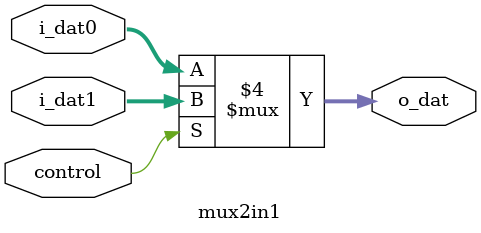
<source format=v>

module mux2in1	(input		[31:0]	i_dat0, i_dat1, 
		 input			control,
		 output	reg	[31:0]	o_dat);
 		 
	always @(*) 
		if (!control)
			o_dat = i_dat0;
		else
			o_dat = i_dat1;	
  
endmodule


</source>
